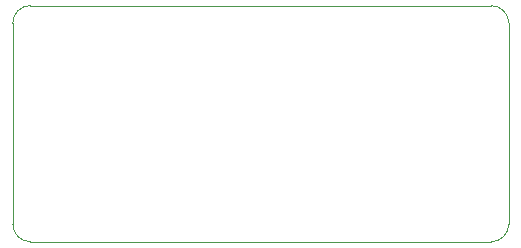
<source format=gbr>
%TF.GenerationSoftware,KiCad,Pcbnew,(5.1.8)-1*%
%TF.CreationDate,2020-12-12T20:42:30+01:00*%
%TF.ProjectId,NRF24Stick,4e524632-3453-4746-9963-6b2e6b696361,rev?*%
%TF.SameCoordinates,Original*%
%TF.FileFunction,Profile,NP*%
%FSLAX46Y46*%
G04 Gerber Fmt 4.6, Leading zero omitted, Abs format (unit mm)*
G04 Created by KiCad (PCBNEW (5.1.8)-1) date 2020-12-12 20:42:30*
%MOMM*%
%LPD*%
G01*
G04 APERTURE LIST*
%TA.AperFunction,Profile*%
%ADD10C,0.050000*%
%TD*%
G04 APERTURE END LIST*
D10*
X110500000Y-125500000D02*
G75*
G02*
X109000000Y-124000000I0J1500000D01*
G01*
X109000000Y-107000000D02*
G75*
G02*
X110500000Y-105500000I1500000J0D01*
G01*
X149500000Y-105500000D02*
G75*
G02*
X151000000Y-107000000I0J-1500000D01*
G01*
X151000000Y-124000000D02*
G75*
G02*
X149500000Y-125500000I-1500000J0D01*
G01*
X149500000Y-125500000D02*
X110500000Y-125500000D01*
X151000000Y-107000000D02*
X151000000Y-124000000D01*
X110500000Y-105500000D02*
X149500000Y-105500000D01*
X109000000Y-124000000D02*
X109000000Y-107000000D01*
M02*

</source>
